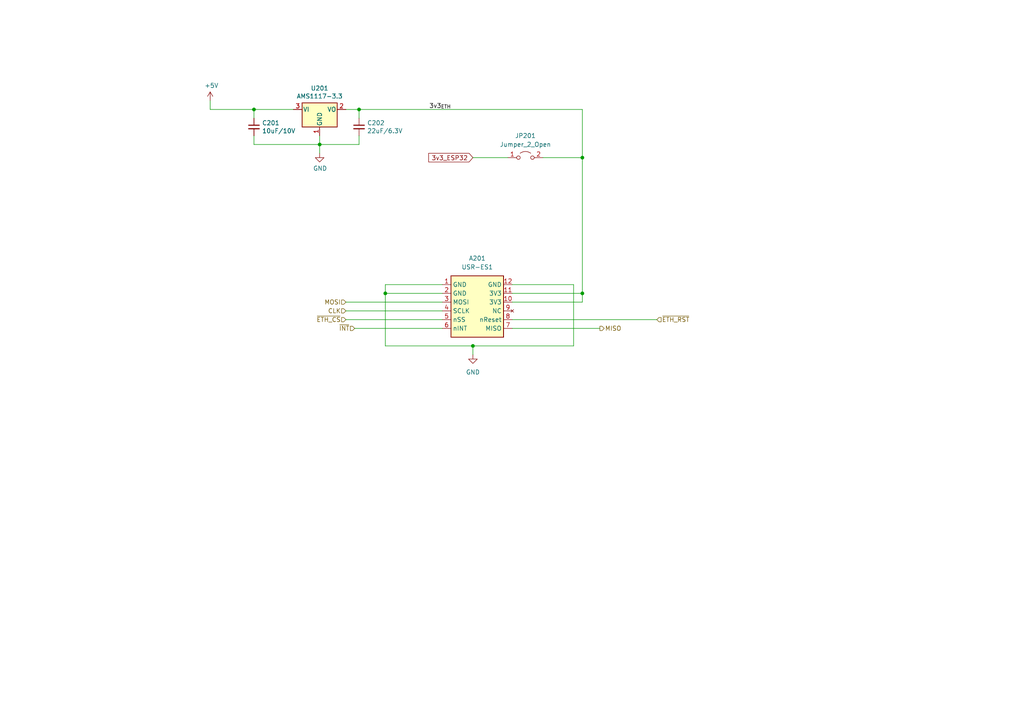
<source format=kicad_sch>
(kicad_sch (version 20230121) (generator eeschema)
  (paper "A4")
  (title_block (title "Puzzle Shield ESP32") (date "2023-04-21") (rev "v3.2.0") (company "copyright Escape This") (comment 1 "Drawn by: VGD") (comment 2 "Check by: VGD 09-12-2022"))
  (lib_symbols
    (symbol "Device:C_Small" (pin_numbers hide) (pin_names (offset 0.254) hide)
      (property "Reference" "C" (at 0.254 1.778 0))
      (property "Value" "C_Small" (at 0.254 -2.032 0))
      (symbol "C_Small_0_1"
        (polyline (pts (xy -1.524 -0.508) (xy 1.524 -0.508)) (stroke (width 0.3302)))
        (polyline (pts (xy -1.524 0.508) (xy 1.524 0.508)) (stroke (width 0.3048)))
      )
      (symbol "C_Small_1_1"
        (pin passive line (at 0 2.54 270) (length 2.032) (name "~") (number "1"))
        (pin passive line (at 0 -2.54 90) (length 2.032) (name "~") (number "2"))
      )
    )
    (symbol "Ethernet_Module_custom:USR-ES1"
      (property "Reference" "A" (at 7.62 -10.16 0))
      (property "Value" "USR-ES1" (at 7.62 -12.7 0))
      (symbol "USR-ES1_1_1"
        (rectangle (start -7.62 8.89) (end 7.62 -8.89) (stroke (width 0.254)) (fill (type background)))
        (pin power_in line (at -10.16 6.35 0) (length 2.54) (name "GND") (number "1"))
        (pin power_in line (at 10.16 1.27 180) (length 2.54) (name "3V3") (number "10"))
        (pin power_in line (at 10.16 3.81 180) (length 2.54) (name "3V3") (number "11"))
        (pin power_in line (at 10.16 6.35 180) (length 2.54) (name "GND") (number "12"))
        (pin power_in line (at -10.16 3.81 0) (length 2.54) (name "GND") (number "2"))
        (pin input line (at -10.16 1.27 0) (length 2.54) (name "MOSI") (number "3"))
        (pin input line (at -10.16 -1.27 0) (length 2.54) (name "SCLK") (number "4"))
        (pin input line (at -10.16 -3.81 0) (length 2.54) (name "nSS") (number "5"))
        (pin output line (at -10.16 -6.35 0) (length 2.54) (name "nINT") (number "6"))
        (pin output line (at 10.16 -6.35 180) (length 2.54) (name "MISO") (number "7"))
        (pin bidirectional line (at 10.16 -3.81 180) (length 2.54) (name "nReset") (number "8"))
        (pin no_connect line (at 10.16 -1.27 180) (length 2.54) (name "NC") (number "9"))
      )
    )
    (symbol "Jumper:Jumper_2_Open" (pin_names (offset 0) hide)
      (property "Reference" "JP" (at 0 2.794 0))
      (property "Value" "Jumper_2_Open" (at 0 -2.286 0))
      (symbol "Jumper_2_Open_0_0"
        (circle (center -2.032 0) (radius 0.508))
        (circle (center 2.032 0) (radius 0.508))
      )
      (symbol "Jumper_2_Open_0_1"
        (arc (start 1.524 1.27) (mid 0 1.778) (end -1.524 1.27))
      )
      (symbol "Jumper_2_Open_1_1"
        (pin passive line (at -5.08 0 0) (length 2.54) (name "A") (number "1"))
        (pin passive line (at 5.08 0 180) (length 2.54) (name "B") (number "2"))
      )
    )
    (symbol "Regulator_Linear:AMS1117-3.3" (pin_names (offset 0.254))
      (property "Reference" "U" (at -3.81 3.175 0))
      (property "Value" "AMS1117-3.3" (at 0 3.175 0))
      (symbol "AMS1117-3.3_0_1"
        (rectangle (start -5.08 -5.08) (end 5.08 1.905) (stroke (width 0.254)) (fill (type background)))
      )
      (symbol "AMS1117-3.3_1_1"
        (pin power_in line (at 0 -7.62 90) (length 2.54) (name "GND") (number "1"))
        (pin power_out line (at 7.62 0 180) (length 2.54) (name "VO") (number "2"))
        (pin power_in line (at -7.62 0 0) (length 2.54) (name "VI") (number "3"))
      )
    )
    (symbol "power:+5V" (power) (pin_names (offset 0))
      (property "Value" "+5V" (at 0 3.556 0))
      (symbol "+5V_0_1"
        (polyline (pts (xy -0.762 1.27) (xy 0 2.54)))
        (polyline (pts (xy 0 0) (xy 0 2.54)))
        (polyline (pts (xy 0 2.54) (xy 0.762 1.27)))
      )
      (symbol "+5V_1_1"
        (pin power_in line (at 0 0 90) (length 0) hide (name "+5V") (number "1"))
      )
    )
    (symbol "power:GND" (power) (pin_names (offset 0))
      (property "Value" "GND" (at 0 -3.81 0))
      (symbol "GND_0_1"
        (polyline (pts (xy 0 0) (xy 0 -1.27) (xy 1.27 -1.27) (xy 0 -2.54) (xy -1.27 -1.27) (xy 0 -1.27)))
      )
      (symbol "GND_1_1"
        (pin power_in line (at 0 0 270) (length 0) hide (name "GND") (number "1"))
      )
    )
  )
  (junction (at 168.91 85.09))
  (junction (at 92.71 41.91) (diameter 0.9144))
  (junction (at 168.91 45.72))
  (junction (at 111.76 85.09))
  (junction (at 73.66 31.75) (diameter 0.9144))
  (junction (at 137.16 100.33))
  (junction (at 104.14 31.75) (diameter 0.9144))
  (wire (pts (xy 111.76 85.09) (xy 111.76 100.33)))
  (wire (pts (xy 100.33 87.63) (xy 128.27 87.63)))
  (wire (pts (xy 166.37 82.55) (xy 166.37 100.33)))
  (wire (pts (xy 104.14 31.75) (xy 100.33 31.75)))
  (wire (pts (xy 92.71 44.45) (xy 92.71 41.91)))
  (wire (pts (xy 100.33 92.71) (xy 128.27 92.71)))
  (wire (pts (xy 137.16 45.72) (xy 147.32 45.72)))
  (wire (pts (xy 60.96 31.75) (xy 73.66 31.75)))
  (wire (pts (xy 104.14 31.75) (xy 168.91 31.75)))
  (wire (pts (xy 168.91 87.63) (xy 168.91 85.09)))
  (wire (pts (xy 104.14 41.91) (xy 92.71 41.91)))
  (wire (pts (xy 148.59 87.63) (xy 168.91 87.63)))
  (wire (pts (xy 85.09 31.75) (xy 73.66 31.75)))
  (wire (pts (xy 137.16 100.33) (xy 137.16 102.87)))
  (wire (pts (xy 104.14 34.29) (xy 104.14 31.75)))
  (wire (pts (xy 157.48 45.72) (xy 168.91 45.72)))
  (wire (pts (xy 73.66 31.75) (xy 73.66 34.29)))
  (wire (pts (xy 73.66 39.37) (xy 73.66 41.91)))
  (wire (pts (xy 111.76 85.09) (xy 128.27 85.09)))
  (wire (pts (xy 100.33 90.17) (xy 128.27 90.17)))
  (wire (pts (xy 148.59 95.25) (xy 173.99 95.25)))
  (wire (pts (xy 92.71 41.91) (xy 92.71 39.37)))
  (wire (pts (xy 168.91 31.75) (xy 168.91 45.72)))
  (wire (pts (xy 102.87 95.25) (xy 128.27 95.25)))
  (wire (pts (xy 148.59 82.55) (xy 166.37 82.55)))
  (wire (pts (xy 60.96 29.21) (xy 60.96 31.75)))
  (wire (pts (xy 166.37 100.33) (xy 137.16 100.33)))
  (wire (pts (xy 111.76 82.55) (xy 111.76 85.09)))
  (wire (pts (xy 73.66 41.91) (xy 92.71 41.91)))
  (wire (pts (xy 148.59 85.09) (xy 168.91 85.09)))
  (wire (pts (xy 148.59 92.71) (xy 190.5 92.71)))
  (wire (pts (xy 104.14 39.37) (xy 104.14 41.91)))
  (wire (pts (xy 111.76 82.55) (xy 128.27 82.55)))
  (wire (pts (xy 168.91 45.72) (xy 168.91 85.09)))
  (wire (pts (xy 111.76 100.33) (xy 137.16 100.33)))
  (label "3v3_{ETH}" (at 124.46 31.75 0))
  (global_label "3v3_ESP32" (shape input) (at 137.16 45.72 180) (property "Intersheetrefs" "${INTERSHEET_REFS}" (effects hide)))
  (hierarchical_label "MOSI" (shape input) (at 100.33 87.63 180))
  (hierarchical_label "~{ETH_CS}" (shape input) (at 100.33 92.71 180))
  (hierarchical_label "MISO" (shape output) (at 173.99 95.25 0))
  (hierarchical_label "~{ETH_RST}" (shape input) (at 190.5 92.71 0))
  (hierarchical_label "~{INT}" (shape input) (at 102.87 95.25 180))
  (hierarchical_label "CLK" (shape input) (at 100.33 90.17 180))
  (symbol (lib_id "power:+5V") (at 60.96 29.21 0) (unit 1)
    (property "Reference" "#PWR0201" (effects hide))
    (property "Value" "+5V" (at 61.341 24.8158 0))
  )
  (symbol (lib_id "Device:C_Small") (at 73.66 36.83 0) (unit 1)
    (property "Reference" "C201" (at 75.9968 35.6616 0) (effects (justify left)))
    (property "Value" "10uF/10V" (at 75.9968 37.973 0) (effects (justify left)))
    (property "Footprint" "Capacitor_SMD:C_0603_1608Metric" (effects hide))
    (property "LCSC" " C19702 " (effects hide))
  )
  (symbol (lib_id "Ethernet_Module_custom:USR-ES1") (at 138.43 88.9 0) (unit 1)
    (property "Reference" "A201" (at 138.43 74.93 0))
    (property "Value" "USR-ES1" (at 138.43 77.47 0))
    (property "Footprint" "Module_custom:USR-ES1" (effects hide))
    (property "Datasheet" "https://www.pusr.com/download/ES1/USR-ES1-EN%20V1.3.pdf" (effects hide))
  )
  (symbol (lib_id "Jumper:Jumper_2_Open") (at 152.4 45.72 0) (unit 1)
    (property "Reference" "JP201" (at 152.4 39.37 0))
    (property "Value" "Jumper_2_Open" (at 152.4 41.91 0))
    (property "Footprint" "Jumper:SolderJumper-2_P1.3mm_Open_RoundedPad1.0x1.5mm" (effects hide))
  )
  (symbol (lib_id "Device:C_Small") (at 104.14 36.83 0) (unit 1)
    (property "Reference" "C202" (at 106.4768 35.6616 0) (effects (justify left)))
    (property "Value" "22uF/6.3V" (at 106.4768 37.973 0) (effects (justify left)))
    (property "Footprint" "Capacitor_SMD:C_0603_1608Metric" (effects hide))
    (property "LCSC" "C19702" (effects hide))
  )
  (symbol (lib_id "power:GND") (at 137.16 102.87 0) (unit 1)
    (property "Reference" "#PWR0203" (effects hide))
    (property "Value" "GND" (at 137.16 107.95 0))
  )
  (symbol (lib_id "power:GND") (at 92.71 44.45 0) (unit 1)
    (property "Reference" "#PWR0202" (effects hide))
    (property "Value" "GND" (at 92.837 48.8442 0))
  )
  (symbol (lib_id "Regulator_Linear:AMS1117-3.3") (at 92.71 31.75 0) (unit 1)
    (property "Reference" "U201" (at 92.71 25.6032 0))
    (property "Value" "AMS1117-3.3" (at 92.71 27.9146 0))
    (property "Footprint" "Package_TO_SOT_SMD:SOT-223-3_TabPin2" (effects hide))
    (property "Datasheet" "http://www.advanced-monolithic.com/pdf/ds1117.pdf" (effects hide))
    (property "LCSC" "C6186" (effects hide))
    (property "JLCPCB_CORRECTION" "0;0;180" (effects hide))
  )
)
</source>
